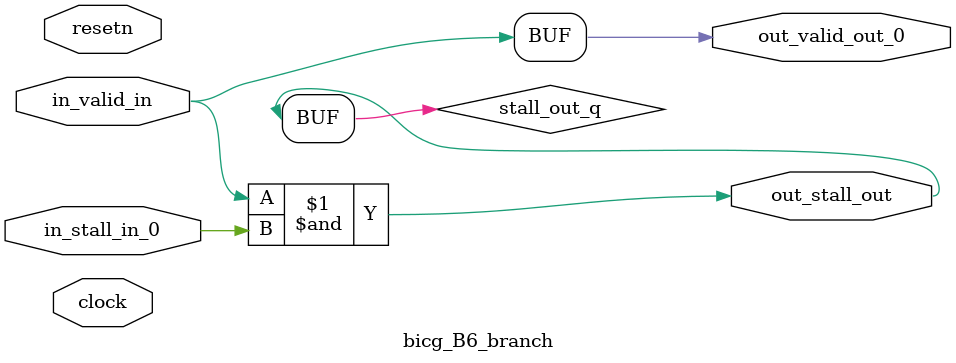
<source format=sv>



(* altera_attribute = "-name AUTO_SHIFT_REGISTER_RECOGNITION OFF; -name MESSAGE_DISABLE 10036; -name MESSAGE_DISABLE 10037; -name MESSAGE_DISABLE 14130; -name MESSAGE_DISABLE 14320; -name MESSAGE_DISABLE 15400; -name MESSAGE_DISABLE 14130; -name MESSAGE_DISABLE 10036; -name MESSAGE_DISABLE 12020; -name MESSAGE_DISABLE 12030; -name MESSAGE_DISABLE 12010; -name MESSAGE_DISABLE 12110; -name MESSAGE_DISABLE 14320; -name MESSAGE_DISABLE 13410; -name MESSAGE_DISABLE 113007; -name MESSAGE_DISABLE 10958" *)
module bicg_B6_branch (
    input wire [0:0] in_stall_in_0,
    input wire [0:0] in_valid_in,
    output wire [0:0] out_stall_out,
    output wire [0:0] out_valid_out_0,
    input wire clock,
    input wire resetn
    );

    wire [0:0] stall_out_q;


    // stall_out(LOGICAL,6)
    assign stall_out_q = in_valid_in & in_stall_in_0;

    // out_stall_out(GPOUT,4)
    assign out_stall_out = stall_out_q;

    // out_valid_out_0(GPOUT,5)
    assign out_valid_out_0 = in_valid_in;

endmodule

</source>
